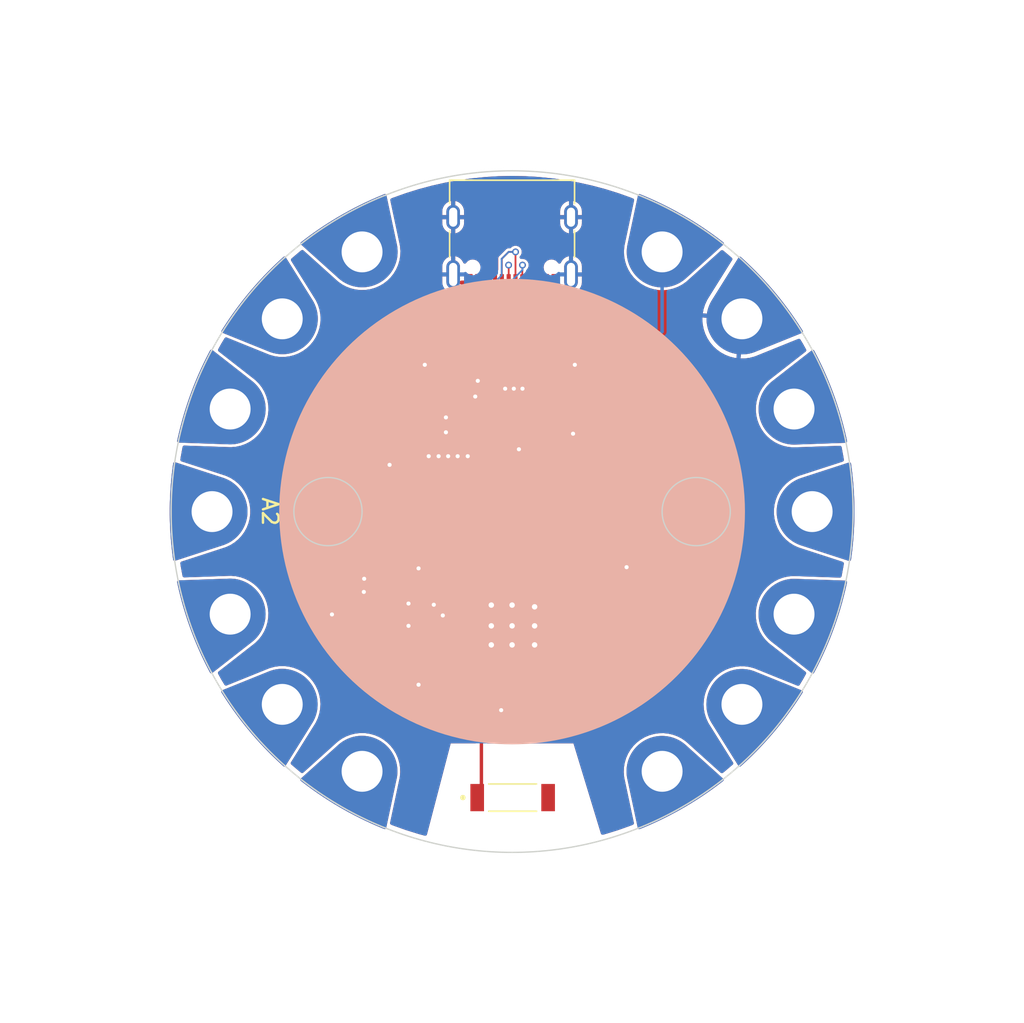
<source format=kicad_pcb>
(kicad_pcb (version 20221018) (generator pcbnew)
  (title_block (title "OpenWear") (date "2023-10-14") (rev "V 0.2") (company "Zhejiang University") (comment 1 "DTB Lab") (comment 2 "https://github.com/anxndsgn/OpenWear") (comment 3 "CC-BY-SA") (comment 4 "Xin An"))
  (layers (0 "F.Cu" signal) (1 "In1.Cu" signal) (2 "In2.Cu" signal) (31 "B.Cu" mixed) (34 "B.Paste" user) (35 "F.Paste" user) (36 "B.SilkS" user "B.Silkscreen") (37 "F.SilkS" user "F.Silkscreen") (38 "B.Mask" user) (39 "F.Mask" user) (44 "Edge.Cuts" user))
  (net 0 "")
  (net 1 "GND")
  (net 2 "VBUS")
  (net 4 "/D+")
  (net 5 "/D-")
  (net 8 "+3V3")
  (net 9 "Net-(U1-LNA_IN)")
  (net 11 "/NEOPIXEL")
  (net 16 "Net-(U5-PROG)")
  (net 18 "LIGHT_SENSOR")
  (net 21 "/IO25")
  (net 22 "/IO26")
  (net 23 "/IO27")
  (net 24 "/IO14")
  (net 25 "/IO12")
  (net 26 "/IO13")
  (net 27 "/IO15")
  (net 28 "/IO2")
  (net 29 "/IO4")
  (net 30 "VCC")
  (net 31 "/SCL1")
  (net 36 "/SDA1")
  (net 41 "/IO22_SCL")
  (net 42 "/IO21_SDA")
  (net 44 "Net-(Q1A-B1)")
  (net 50 "/EN")
  (net 51 "/IO0")
  (net 52 "Net-(Q1B-B2)")
  (net 53 "NEOPIXEL_I2C_POWER")
  (net 60 "/TX")
  (net 61 "/RX")
  (net 62 "/DTR")
  (net 63 "/RTS")
  (net 64 "+5V")
  (net 65 "+BATT")
  (net 67 "Net-(D3-K)")
  (net 68 "Net-(D3-A)")
  (footprint "Resistor_SMD:R_0603_1608Metric" (layer "F.Cu") (at 150.5 83.6385 90)
    (fp_text reference "R4" hide)
    (fp_text value "10K")
  )
  (footprint "ALS-PT19-315C_L177_TR8:XDCR_ALS-PT19-315C_L177_TR8" (layer "F.Cu") (at 157.632 99.906)
    (fp_text reference "A1" hide)
    (fp_text value "ALS-PT19-315C_L177_TR8" hide)
  )
  (footprint "Capacitor_SMD:C_0603_1608Metric" (layer "F.Cu") (at 136.792 95.842 90)
    (fp_text reference "C9" hide)
    (fp_text value "100nF")
  )
  (footprint "Capacitor_SMD:C_0603_1608Metric" (layer "F.Cu") (at 142.38 100.033)
    (fp_text reference "C12" hide)
    (fp_text value "100nF")
  )
  (footprint "Capacitor_SMD:C_0603_1608Metric" (layer "F.Cu") (at 157.62 96.731 180)
    (fp_text reference "C8" hide)
    (fp_text value "100nF")
  )
  (footprint "Package_TO_SOT_SMD:SOT-23" (layer "F.Cu") (at 143.79 78.2877 90)
    (fp_text reference "Q2" hide)
    (fp_text value "DMG3415U" hide)
  )
  (footprint "Capacitor_SMD:C_0603_1608Metric" (layer "F.Cu") (at 142.38 101.684)
    (fp_text reference "C13" hide)
    (fp_text value "100nF")
  )
  (footprint "RING:RING" (layer "F.Cu") (at 150 90)
    (fp_text reference "J2" hide)
    (fp_text value "Connector" hide)
  )
  (footprint "Package_LGA:Bosch_LGA-8_2x2.5mm_P0.65mm_ClockwisePinNumbering" (layer "F.Cu") (at 139.1288 95.8928 90)
    (fp_text reference "U2" hide)
    (fp_text value "BMP280" hide)
  )
  (footprint "TL3365AF180QG:SW_TL3365AF180QG" (layer "F.Cu") (at 142 90 -90)
    (fp_text reference "S1" hide)
    (fp_text value "UK-B0267-SP25Y" hide)
  )
  (footprint "Package_TO_SOT_SMD:SOT-363_SC-70-6" (layer "F.Cu") (at 154.7412 83.6385 180)
    (fp_text reference "Q1" hide)
    (fp_text value "BC847BS" hide)
  )
  (footprint "YC0010AA:XCVR_YC0010AA" (layer "F.Cu") (at 150.0416 110.9804)
    (fp_text reference "E1" hide)
    (fp_text value "ANT_CA-C03")
  )
  (footprint "Capacitor_SMD:C_0603_1608Metric" (layer "F.Cu") (at 142.7032 83.6385 -90)
    (fp_text reference "C4" hide)
    (fp_text value "100nF")
  )
  (footprint "Package_TO_SOT_SMD:SOT-23-5" (layer "F.Cu") (at 156.39 78.2877 -90)
    (fp_text reference "U5" hide)
    (fp_text value "MCP73831T-2ATI/OT" hide)
  )
  (footprint "Connector_Pin:Pin_D1.0mm_L10.0mm" (layer "F.Cu") (at 143 68.5)
    (fp_text reference "REF**" hide)
    (fp_text value "Pin_D1.0mm_L10.0mm" hide)
  )
  (footprint "Capacitor_SMD:C_0603_1608Metric" (layer "F.Cu") (at 151.932 78.2877 90)
    (fp_text reference "C2" hide)
    (fp_text value "100nF" hide)
  )
  (footprint "Connector_USB:USB_C_Receptacle_G-Switch_GT-USB-7010ASV" (layer "F.Cu") (at 150 69.4768 180)
    (fp_text reference "J1" hide)
    (fp_text value "USB_C" hide)
  )
  (footprint "Resistor_SMD:R_0603_1608Metric" (layer "F.Cu") (at 158.9824 83.6385 90)
    (fp_text reference "R2" hide)
    (fp_text value "4.7K")
  )
  (footprint "Package_LGA:LGA-14_3x2.5mm_P0.5mm_LayoutBorder3x4y" (layer "F.Cu") (at 161.049 96.096 -90)
    (fp_text reference "U6" hide)
    (fp_text value "LSM6DS3TR" hide)
  )
  (footprint "Capacitor_SMD:C_0603_1608Metric" (layer "F.Cu") (at 149.9746 103.716 180)
    (fp_text reference "C11" hide)
    (fp_text value "100nF")
  )
  (footprint "Capacitor_SMD:C_0603_1608Metric" (layer "F.Cu") (at 146.504 78.2877 90)
    (fp_text reference "C1" hide)
    (fp_text value "100nF" hide)
  )
  (footprint "LED_SMD:LED_Inolux_IN-PI554FCH_PLCC4_5.0x5.0mm_P3.2mm" (layer "F.Cu") (at 150 90 180)
    (fp_text reference "D1" hide)
    (fp_text value "XL-5050RGBC-WS2812B" hide)
  )
  (footprint "Package_TO_SOT_SMD:SOT-23-5" (layer "F.Cu") (at 149.218 78.2877 -90)
    (fp_text reference "U4" hide)
    (fp_text value "ME6211C33M5G-N" hide)
  )
  (footprint "LED_SMD:LED_0603_1608Metric" (layer "F.Cu") (at 159.144 78.3077 -90)
    (fp_text reference "D3" hide)
    (fp_text value "LED" hide)
  )
  (footprint "Resistor_SMD:R_0603_1608Metric" (layer "F.Cu") (at 152.1856 83.6385 -90)
    (fp_text reference "R3" hide)
    (fp_text value "10K")
  )
  (footprint "Capacitor_SMD:C_0603_1608Metric" (layer "F.Cu") (at 157.62 98.382 180)
    (fp_text reference "C10" hide)
    (fp_text value "100nF")
  )
  (footprint "Capacitor_SMD:C_0603_1608Metric" (layer "F.Cu") (at 157.62 95.08 180)
    (fp_text reference "C7" hide)
    (fp_text value "100nF")
  )
  (footprint "Capacitor_SMD:C_0603_1608Metric" (layer "F.Cu") (at 157.2968 83.6385 -90)
    (fp_text reference "C3" hide)
    (fp_text value "4.7uF")
  )
  (footprint "Resistor_SMD:R_0603_1608Metric" (layer "F.Cu") (at 142.38 98.382 180)
    (fp_text reference "R8" hide)
    (fp_text value "10K")
  )
  (footprint "TL3365AF180QG:SW_TL3365AF180QG" (layer "F.Cu") (at 158.0264 89.9492 90)
    (fp_text reference "S2" hide)
    (fp_text value "UK-B0267-SP25Y" hide)
  )
  (footprint "Capacitor_SMD:C_0603_1608Metric" (layer "F.Cu") (at 153.676 78.2877 90)
    (fp_text reference "C15" hide)
    (fp_text value "4.7uF")
  )
  (footprint "Capacitor_SMD:C_0603_1608Metric" (layer "F.Cu") (at 141.0176 83.6385 -90)
    (fp_text reference "C6" hide)
    (fp_text value "100nF")
  )
  (footprint "Resistor_SMD:R_0603_1608Metric" (layer "F.Cu") (at 157.632 101.43)
    (fp_text reference "R6" hide)
    (fp_text value "10K")
  )
  (footprint "Diode_SMD:D_SOD-323" (layer "F.Cu") (at 140.856 78.2652 90)
    (fp_text reference "D2" hide)
    (fp_text value "1N5819WS" hide)
  )
  (footprint "Capacitor_SMD:C_0603_1608Metric" (layer "F.Cu") (at 148.8144 83.6385 90)
    (fp_text reference "C5" hide)
    (fp_text value "100nF")
  )
  (footprint "Resistor_SMD:R_0603_1608Metric" (layer "F.Cu") (at 142.38 96.731 180)
    (fp_text reference "R7" hide)
    (fp_text value "10K")
  )
  (footprint "Package_DFN_QFN:QFN-16-1EP_3x3mm_P0.5mm_EP1.9x1.9mm" (layer "F.Cu") (at 145.7588 83.6385)
    (fp_text reference "U3" hide)
    (fp_text value "CH343P")
  )
  (footprint "Resistor_SMD:R_0603_1608Metric" (layer "F.Cu") (at 139.332 83.6385 -90)
    (fp_text reference "R5" hide)
    (fp_text value "10K")
  )
  (footprint "Connector_Pin:Pin_D1.0mm_L10.0mm" (layer "F.Cu") (at 157 68.5)
    (fp_text reference "REF**" hide)
    (fp_text value "Pin_D1.0mm_L10.0mm" hide)
  )
  (footprint "Package_DFN_QFN:QFN-48-1EP_7x7mm_P0.5mm_EP5.3x5.3mm" (layer "F.Cu") (at 150 98.3554 90)
    (fp_text reference "U1" hide)
    (fp_text value "ESP32-PICO-D4" hide)
  )
  (footprint "Capacitor_SMD:C_0603_1608Metric" (layer "F.Cu") (at 142.38 95.08)
    (fp_text reference "C14" hide)
    (fp_text value "100nF")
  )
  (footprint "Resistor_SMD:R_0603_1608Metric" (layer "F.Cu") (at 160.668 83.6385 -90)
    (fp_text reference "R1" hide)
    (fp_text value "1K" hide)
  )
  (gr_circle (center 150 90) (end 167 90) (stroke (width 0.15)) (fill solid) (layer "B.SilkS"))
  (gr_circle (center 150 90) (end 175 90) (stroke (width 0.1)) (fill none) (layer "Edge.Cuts"))
  (gr_circle (center 136.5 90) (end 139 90) (stroke (width 0.1)) (fill none) (layer "Edge.Cuts"))
  (gr_circle (center 163.5 90) (end 166 90) (stroke (width 0.1)) (fill none) (layer "Edge.Cuts"))
  (gr_text "A2" (at 131.585 90 270) (layer "F.SilkS") (effects (font (size 1.143 1.143) (thickness 0.1778)) (justify bottom)))
  (segment (start 145.5088 83.3885) (end 145.7588 83.6385) (width 0.127) (layer "F.Cu") (net 1))
  (segment (start 144.8513 83.3885) (end 145.1486 83.0912) (width 0.127) (layer "F.Cu") (net 1))
  (segment (start 145.1486 83.0912) (end 145.4459 83.3885) (width 0.127) (layer "F.Cu") (net 1))
  (segment (start 144.2463 83.3885) (end 144.8513 83.3885) (width 0.127) (layer "F.Cu") (net 1))
  (segment (start 145.4459 83.3885) (end 145.5088 83.3885) (width 0.127) (layer "F.Cu") (net 1))
  (via (at 151.651 99.779) (size 0.8) (drill 0.4) (layers "F.Cu" "B.Cu") (net 1))
  (via (at 150 99.779) (size 0.8) (drill 0.4) (layers "F.Cu" "B.Cu") (net 1))
  (via (at 150 96.858) (size 0.8) (drill 0.4) (layers "F.Cu" "B.Cu") (net 1))
  (via (at 151.651 96.985) (size 0.8) (drill 0.4) (layers "F.Cu" "B.Cu") (net 1))
  (via (at 151.651 98.382) (size 0.8) (drill 0.4) (layers "F.Cu" "B.Cu") (net 1))
  (via (at 148.476 96.858) (size 0.8) (drill 0.4) (layers "F.Cu" "B.Cu") (net 1))
  (via (at 148.476 99.779) (size 0.8) (drill 0.4) (layers "F.Cu" "B.Cu") (net 1))
  (via (at 148.476 98.382) (size 0.8) (drill 0.4) (layers "F.Cu" "B.Cu") (net 1))
  (via (at 145.1486 84.1834) (size 0.5) (drill 0.3) (layers "F.Cu" "B.Cu") (net 1))
  (via (at 145.1486 83.0912) (size 0.5) (drill 0.3) (layers "F.Cu" "B.Cu") (net 1))
  (via (at 150 98.382) (size 0.8) (drill 0.4) (layers "F.Cu" "B.Cu") (net 1))
  (segment (start 140.856 75.6744) (end 141.7958 74.7346) (width 0.254) (layer "F.Cu") (net 2))
  (segment (start 147.6 73.2018) (end 147.6 74.2644) (width 0.254) (layer "F.Cu") (net 2))
  (segment (start 147.1298 74.7346) (end 146.317 74.7346) (width 0.254) (layer "F.Cu") (net 2))
  (segment (start 147.6 74.2644) (end 147.1298 74.7346) (width 0.254) (layer "F.Cu") (net 2))
  (segment (start 151.9812 74.7346) (end 146.317 74.7346) (width 0.254) (layer "F.Cu") (net 2))
  (segment (start 152.4 74.3158) (end 151.9812 74.7346) (width 0.254) (layer "F.Cu") (net 2))
  (segment (start 141.7958 74.7346) (end 146.317 74.7346) (width 0.254) (layer "F.Cu") (net 2))
  (segment (start 152.26 73.575) (end 152.3622 73.6772) (width 0.25) (layer "F.Cu") (net 2))
  (segment (start 140.856 77.2152) (end 140.856 75.6744) (width 0.254) (layer "F.Cu") (net 2))
  (segment (start 152.4 73.2018) (end 152.4 74.3158) (width 0.254) (layer "F.Cu") (net 2))
  (segment (start 146.0088 85.151) (end 146.0088 85.9868) (width 0.127) (layer "F.Cu") (net 4))
  (segment (start 150.25 70.954) (end 150.254 70.95) (width 0.2) (layer "F.Cu") (net 4))
  (segment (start 150.25 73.2018) (end 150.25 70.954) (width 0.127) (layer "F.Cu") (net 4))
  (segment (start 149.25 71.446) (end 149.746 70.95) (width 0.127) (layer "F.Cu") (net 4))
  (segment (start 149.746 70.95) (end 150.254 70.95) (width 0.127) (layer "F.Cu") (net 4))
  (segment (start 149.25 73.2018) (end 149.25 71.446) (width 0.127) (layer "F.Cu") (net 4))
  (via (at 146.0088 85.936) (size 0.5) (drill 0.3) (layers "F.Cu" "B.Cu") (net 4))
  (via (at 150.254 70.95) (size 0.5) (drill 0.3) (layers "F.Cu" "B.Cu") (net 4))
  (segment (start 149.2325 72.67012) (end 146.190299 75.712321) (width 0.127) (layer "B.Cu") (net 4))
  (segment (start 149.2325 71.4635) (end 149.2325 72.67012) (width 0.127) (layer "B.Cu") (net 4))
  (segment (start 150.254 70.95) (end 149.746 70.95) (width 0.127) (layer "B.Cu") (net 4))
  (segment (start 146.190299 85.754501) (end 146.0088 85.936) (width 0.127) (layer "B.Cu") (net 4))
  (segment (start 149.746 70.95) (end 149.2325 71.4635) (width 0.127) (layer "B.Cu") (net 4))
  (segment (start 146.190299 75.712321) (end 146.190299 85.754501) (width 0.127) (layer "B.Cu") (net 4))
  (segment (start 146.7488 85.936) (end 146.5088 85.696) (width 0.127) (layer "F.Cu") (net 5))
  (segment (start 149.75 73.2018) (end 149.75 71.97) (width 0.127) (layer "F.Cu") (net 5))
  (segment (start 150.763 71.9152) (end 150.75 71.9282) (width 0.127) (layer "F.Cu") (net 5))
  (segment (start 150.75 71.9282) (end 150.75 73.2018) (width 0.127) (layer "F.Cu") (net 5))
  (segment (start 146.5088 85.696) (end 146.5088 85.151) (width 0.127) (layer "F.Cu") (net 5))
  (via (at 146.7488 85.936) (size 0.5) (drill 0.3) (layers "F.Cu" "B.Cu") (net 5))
  (via (at 149.746 71.9152) (size 0.5) (drill 0.3) (layers "F.Cu" "B.Cu") (net 5))
  (via (at 150.763 71.9152) (size 0.5) (drill 0.3) (layers "F.Cu" "B.Cu") (net 5))
  (segment (start 149.742401 71.911601) (end 149.746 71.9152) (width 0.2) (layer "B.Cu") (net 5))
  (segment (start 150.763 72.2698) (end 146.567301 76.465499) (width 0.127) (layer "B.Cu") (net 5))
  (segment (start 150.763 71.9152) (end 150.763 72.2698) (width 0.127) (layer "B.Cu") (net 5))
  (segment (start 146.567301 76.465499) (end 146.567301 85.754501) (width 0.127) (layer "B.Cu") (net 5))
  (segment (start 146.567301 85.754501) (end 146.7488 85.936) (width 0.127) (layer "B.Cu") (net 5))
  (segment (start 142.7032 81.498) (end 142.7032 82.8635) (width 0.254) (layer "F.Cu") (net 8))
  (segment (start 151.5695 79.4252) (end 151.932 79.0627) (width 0.254) (layer "F.Cu") (net 8))
  (segment (start 159.5015 95.594) (end 160.1345 95.594) (width 0.254) (layer "F.Cu") (net 8))
  (segment (start 148.75 101.8054) (end 148.75 103.2664) (width 0.254) (layer "F.Cu") (net 8))
  (segment (start 150.127 80.983) (end 150.1524 80.6782) (width 0.254) (layer "F.Cu") (net 8))
  (segment (start 145.312164 85.923538) (end 145.5088 85.726902) (width 0.127) (layer "F.Cu") (net 8))
  (segment (start 144.7168 80.983) (end 143.2182 80.983) (width 0.254) (layer "F.Cu") (net 8))
  (segment (start 139.332 82.8135) (end 139.332 81.4656) (width 0.254) (layer "F.Cu") (net 8))
  (segment (start 158.9875 95.08) (end 159.5015 95.594) (width 0.254) (layer "F.Cu") (net 8))
  (segment (start 143.155 94.204) (end 143.142 94.217) (width 0.127) (layer "F.Cu") (net 8))
  (segment (start 145.75 98.6054) (end 144.25 100.1054) (width 0.25) (layer "F.Cu") (net 8))
  (segment (start 143.5837 83.8885) (end 143.307536 83.612336) (width 0.254) (layer "F.Cu") (net 8))
  (segment (start 143.142 94.217) (end 143.142 94.1656) (width 0.127) (layer "F.Cu") (net 8))
  (segment (start 143.155 100.033) (end 143.2274 100.1054) (width 0.25) (layer "F.Cu") (net 8))
  (segment (start 158.395 95.08) (end 158.9875 95.08) (width 0.254) (layer "F.Cu") (net 8))
  (segment (start 144.2463 82.8885) (end 142.7282 82.8885) (width 0.254) (layer "F.Cu") (net 8))
  (segment (start 136.792 97.5438) (end 136.792 96.617) (width 0.254) (layer "F.Cu") (net 8))
  (segment (start 149.492 80.983) (end 144.7168 80.983) (width 0.254) (layer "F.Cu") (net 8))
  (segment (start 143.155 102.687) (end 143.142 102.7) (width 0.25) (layer "F.Cu") (net 8))
  (segment (start 150.168 79.4252) (end 150.168 80.6626) (width 0.254) (layer "F.Cu") (net 8))
  (segment (start 156.5684 98.1054) (end 156.845 98.382) (width 0.254) (layer "F.Cu") (net 8))
  (segment (start 143.155 95.08) (end 143.155 94.204) (width 0.254) (layer "F.Cu") (net 8))
  (segment (start 150.168 80.6626) (end 150.127 80.983) (width 0.254) (layer "F.Cu") (net 8))
  (segment (start 143.2764 101.8054) (end 143.155 101.684) (width 0.25) (layer "F.Cu") (net 8))
  (segment (start 153.45 98.1054) (end 156.5684 98.1054) (width 0.254) (layer "F.Cu") (net 8))
  (segment (start 158.395 96.731) (end 158.981 96.731) (width 0.254) (layer "F.Cu") (net 8))
  (segment (start 142.7032 83.4398) (end 142.7032 82.8635) (width 0.254) (layer "F.Cu") (net 8))
  (segment (start 158.395 95.08) (end 158.395 96.731) (width 0.254) (layer "F.Cu") (net 8))
  (segment (start 144.25 100.1054) (end 146.55 100.1054) (width 0.25) (layer "F.Cu") (net 8))
  (segment (start 150.168 79.4252) (end 151.5695 79.4252) (width 0.254) (layer "F.Cu") (net 8))
  (segment (start 143.2182 80.983) (end 142.7032 81.498) (width 0.254) (layer "F.Cu") (net 8))
  (segment (start 159.5085 97.2585) (end 160.297 97.2585) (width 0.254) (layer "F.Cu") (net 8))
  (segment (start 149.1996 104.5666) (end 149.1996 103.716) (width 0.254) (layer "F.Cu") (net 8))
  (segment (start 139.8146 80.983) (end 144.7168 80.983) (width 0.254) (layer "F.Cu") (net 8))
  (segment (start 158.382 94.064) (end 158.395 94.077) (width 0.254) (layer "F.Cu") (net 8))
  (segment (start 146.55 98.6054) (end 145.75 98.6054) (width 0.25) (layer "F.Cu") (net 8))
  (segment (start 145.5088 85.726902) (end 145.5088 85.151) (width 0.127) (layer "F.Cu") (net 8))
  (segment (start 144.2463 83.8885) (end 143.5837 83.8885) (width 0.254) (layer "F.Cu") (net 8))
  (segment (start 156.845 99.869) (end 156.882 99.906) (width 0.254) (layer "F.Cu") (net 8))
  (segment (start 143.1934 94.1656) (end 143.204672 94.154328) (width 0.127) (layer "F.Cu") (net 8))
  (segment (start 156.845 98.382) (end 156.845 99.869) (width 0.254) (layer "F.Cu") (net 8))
  (segment (start 143.2274 100.1054) (end 144.25 100.1054) (width 0.25) (layer "F.Cu") (net 8))
  (segment (start 142.875736 83.612336) (end 142.7032 83.4398) (width 0.254) (layer "F.Cu") (net 8))
  (segment (start 158.395 95.08) (end 158.395 94.077) (width 0.254) (layer "F.Cu") (net 8))
  (segment (start 143.155 100.033) (end 143.155 102.687) (width 0.25) (layer "F.Cu") (net 8))
  (segment (start 137.1912 96.2178) (end 136.792 96.617) (width 0.254) (layer "F.Cu") (net 8))
  (segment (start 143.142 94.1656) (end 143.1934 94.1656) (width 0.127) (layer "F.Cu") (net 8))
  (segment (start 148.75 103.2664) (end 149.1996 103.716) (width 0.254) (layer "F.Cu") (net 8))
  (segment (start 143.307536 83.612336) (end 142.875736 83.612336) (width 0.254) (layer "F.Cu") (net 8))
  (segment (start 147.25 101.8054) (end 143.2764 101.8054) (width 0.25) (layer "F.Cu") (net 8))
  (segment (start 158.981 96.731) (end 159.5085 97.2585) (width 0.254) (layer "F.Cu") (net 8))
  (segment (start 142.7282 82.8885) (end 142.7032 82.8635) (width 0.254) (layer "F.Cu") (net 8))
  (segment (start 156.845 98.382) (end 156.845 98.281) (width 0.254) (layer "F.Cu") (net 8))
  (segment (start 156.845 98.281) (end 158.395 96.731) (width 0.254) (layer "F.Cu") (net 8))
  (segment (start 139.332 81.4656) (end 139.8146 80.983) (width 0.254) (layer "F.Cu") (net 8))
  (segment (start 138.3288 96.2178) (end 137.1912 96.2178) (width 0.254) (layer "F.Cu") (net 8))
  (via (at 136.792 97.5438) (size 0.5) (drill 0.3) (layers "F.Cu" "B.Cu") (net 8))
  (via (at 143.142 102.7) (size 0.5) (drill 0.3) (layers "F.Cu" "B.Cu") (net 8))
  (via (at 149.492 80.983) (size 0.5) (drill 0.3) (layers "F.Cu" "B.Cu") (net 8))
  (via (at 150.762 80.983) (size 0.5) (drill 0.3) (layers "F.Cu" "B.Cu") (net 8))
  (via (at 143.142 94.1656) (size 0.5) (drill 0.3) (layers "F.Cu" "B.Cu") (net 8))
  (via (at 158.395 94.077) (size 0.5) (drill 0.3) (layers "F.Cu" "B.Cu") (net 8))
  (via (at 149.1996 104.5666) (size 0.5) (drill 0.3) (layers "F.Cu" "B.Cu") (net 8))
  (via (at 150.127 80.983) (size 0.5) (drill 0.3) (layers "F.Cu" "B.Cu") (net 8))
  (via (at 145.312164 85.936) (size 0.5) (drill 0.3) (layers "F.Cu" "B.Cu") (net 8))
  (segment (start 147.75 110.672) (end 147.4416 110.9804) (width 0.25) (layer "F.Cu") (net 9))
  (segment (start 147.75 101.8054) (end 147.75 110.672) (width 0.25) (layer "F.Cu") (net 9))
  (segment (start 151.3968 88.4) (end 150.75 89.0468) (width 0.127) (layer "F.Cu") (net 11))
  (segment (start 152.45 88.4) (end 151.3968 88.4) (width 0.127) (layer "F.Cu") (net 11))
  (segment (start 150.75 89.0468) (end 150.75 94.9054) (width 0.127) (layer "F.Cu") (net 11))
  (segment (start 157.6962 80.8814) (end 158.5344 80.8814) (width 0.254) (layer "F.Cu") (net 16))
  (segment (start 157.34 79.4252) (end 157.34 80.5252) (width 0.254) (layer "F.Cu") (net 16))
  (segment (start 157.34 80.5252) (end 157.6962 80.8814) (width 0.254) (layer "F.Cu") (net 16))
  (segment (start 158.9824 81.3294) (end 158.9824 82.8135) (width 0.254) (layer "F.Cu") (net 16))
  (segment (start 158.5344 80.8814) (end 158.9824 81.3294) (width 0.254) (layer "F.Cu") (net 16))
  (segment (start 148.268 76.3142) (end 148.5522 76.03) (width 0.254) (layer "F.Cu") (net 30))
  (segment (start 150.168 76.2488) (end 150.168 77.1502) (width 0.254) (layer "F.Cu") (net 30))
  (segment (start 146.193 79.2252) (end 148.268 77.1502) (width 0.254) (layer "F.Cu") (net 30))
  (segment (start 148.5522 76.03) (end 149.9492 76.03) (width 0.254) (layer "F.Cu") (net 30))
  (segment (start 149.9492 76.03) (end 150.168 76.2488) (width 0.254) (layer "F.Cu") (net 30))
  (segment (start 144.74 79.2252) (end 146.193 79.2252) (width 0.254) (layer "F.Cu") (net 30))
  (segment (start 148.268 77.1502) (end 148.268 76.3142) (width 0.254) (layer "F.Cu") (net 30))
  (segment (start 142.4045 96.744416) (end 143.191584 96.744416) (width 0.127) (layer "F.Cu") (net 41))
  (segment (start 139.1542 94.9276) (end 139.1444 94.9178) (width 0.127) (layer "F.Cu") (net 41))
  (segment (start 143.191584 96.744416) (end 143.3306 96.6054) (width 0.25) (layer "F.Cu") (net 41))
  (segment (start 143.191584 96.744416) (end 143.205 96.731) (width 0.127) (layer "F.Cu") (net 41))
  (segment (start 139.1444 94.9178) (end 138.3288 94.9178) (width 0.127) (layer "F.Cu") (net 41))
  (via (at 142.4045 96.744416) (size 0.5) (drill 0.3) (layers "F.Cu" "B.Cu") (net 41))
  (via (at 139.1542 94.9276) (size 0.5) (drill 0.3) (layers "F.Cu" "B.Cu") (net 41))
  (segment (start 138.8038 95.5678) (end 138.3288 95.5678) (width 0.127) (layer "F.Cu") (net 42))
  (segment (start 145.5522 98.1054) (end 146.55 98.1054) (width 0.127) (layer "F.Cu") (net 42))
  (segment (start 142.4045 98.382) (end 145.2756 98.382) (width 0.127) (layer "F.Cu") (net 42))
  (segment (start 145.2756 98.382) (end 145.5522 98.1054) (width 0.127) (layer "F.Cu") (net 42))
  (segment (start 142.4045 98.382) (end 143.205 98.382) (width 0.127) (layer "F.Cu") (net 42))
  (segment (start 139.1288 95.8928) (end 138.8038 95.5678) (width 0.127) (layer "F.Cu") (net 42))
  (via (at 139.1288 95.8928) (size 0.5) (drill 0.3) (layers "F.Cu" "B.Cu") (net 42))
  (via (at 142.4045 98.382) (size 0.5) (drill 0.3) (layers "F.Cu" "B.Cu") (net 42))
  (segment (start 152.34 85.101) (end 154.8228 85.101) (width 0.127) (layer "F.Cu") (net 44))
  (segment (start 152.1856 84.9466) (end 152.34 85.101) (width 0.127) (layer "F.Cu") (net 44))
  (segment (start 155.2185 83.6385) (end 155.6912 83.6385) (width 0.127) (layer "F.Cu") (net 44))
  (segment (start 154.8228 85.101) (end 155.1027 84.8211) (width 0.127) (layer "F.Cu") (net 44))
  (segment (start 152.1856 84.4635) (end 152.1856 84.9466) (width 0.127) (layer "F.Cu") (net 44))
  (segment (start 155.1027 84.8211) (end 155.1027 83.7543) (width 0.127) (layer "F.Cu") (net 44))
  (segment (start 155.1027 83.7543) (end 155.2185 83.6385) (width 0.127) (layer "F.Cu") (net 44))
  (segment (start 139.332 84.4635) (end 140.9676 84.4635) (width 0.127) (layer "F.Cu") (net 50))
  (segment (start 154.445 84.2885) (end 154.4415 84.2885) (width 0.127) (layer "F.Cu") (net 50))
  (segment (start 141.0176 86.571) (end 141.0176 87.6574) (width 0.127) (layer "F.Cu") (net 50))
  (segment (start 140.9676 84.4635) (end 141.0176 84.4135) (width 0.254) (layer "F.Cu") (net 50))
  (segment (start 154.438 84.2885) (end 154.4704 84.285) (width 0.127) (layer "F.Cu") (net 50))
  (segment (start 141.0176 86.571) (end 141.0176 84.4135) (width 0.127) (layer "F.Cu") (net 50))
  (segment (start 141.0176 87.6574) (end 140.925 87.75) (width 0.254) (layer "F.Cu") (net 50))
  (segment (start 154.4704 84.285) (end 154.445 84.2885) (width 0.127) (layer "F.Cu") (net 50))
  (segment (start 153.7912 84.2885) (end 154.438 84.2885) (width 0.127) (layer "F.Cu") (net 50))
  (via (at 141.0176 86.571) (size 0.5) (drill 0.3) (layers "F.Cu" "B.Cu") (net 50))
  (via (at 154.4704 84.285) (size 0.5) (drill 0.3) (layers "F.Cu" "B.Cu") (net 50))
  (segment (start 141.0176 86.571) (end 153.8354 86.571) (width 0.127) (layer "B.Cu") (net 50))
  (segment (start 154.4958 84.3104) (end 154.4704 84.285) (width 0.254) (layer "B.Cu") (net 50))
  (segment (start 153.8354 86.571) (end 154.4958 85.9106) (width 0.127) (layer "B.Cu") (net 50))
  (segment (start 154.4958 85.9106) (end 154.4958 84.3104) (width 0.127) (layer "B.Cu") (net 50))
  (segment (start 158.346 92.1992) (end 159.1014 92.1992) (width 0.127) (layer "F.Cu") (net 51))
  (segment (start 156.2981 82.9885) (end 156.4262 83.1166) (width 0.127) (layer "F.Cu") (net 51))
  (segment (start 158.0518 86.2916) (end 158.0518 91.905) (width 0.127) (layer "F.Cu") (net 51))
  (segment (start 156.4262 83.1166) (end 156.4262 85.8598) (width 0.127) (layer "F.Cu") (net 51))
  (segment (start 157.7978 86.0376) (end 158.0518 86.2916) (width 0.127) (layer "F.Cu") (net 51))
  (segment (start 155.6912 82.9885) (end 156.2981 82.9885) (width 0.127) (layer "F.Cu") (net 51))
  (segment (start 156.604 86.0376) (end 157.7978 86.0376) (width 0.127) (layer "F.Cu") (net 51))
  (segment (start 158.0518 91.905) (end 158.346 92.1992) (width 0.127) (layer "F.Cu") (net 51))
  (segment (start 156.4262 85.8598) (end 156.604 86.0376) (width 0.127) (layer "F.Cu") (net 51))
  (segment (start 153.7912 83.6385) (end 150.5981 83.6385) (width 0.127) (layer "F.Cu") (net 52))
  (segment (start 150.5 83.5404) (end 150.5 82.8135) (width 0.127) (layer "F.Cu") (net 52))
  (segment (start 150.5981 83.6385) (end 150.5 83.5404) (width 0.127) (layer "F.Cu") (net 52))
  (segment (start 148.5778 88.4) (end 147.55 88.4) (width 0.25) (layer "F.Cu") (net 53))
  (segment (start 148.25 93.655) (end 149.0602 92.8448) (width 0.25) (layer "F.Cu") (net 53))
  (segment (start 149.0602 92.8448) (end 149.0602 88.8824) (width 0.25) (layer "F.Cu") (net 53))
  (segment (start 148.25 94.9054) (end 148.25 93.655) (width 0.25) (layer "F.Cu") (net 53))
  (segment (start 149.0602 88.8824) (end 148.5778 88.4) (width 0.25) (layer "F.Cu") (net 53))
  (segment (start 144.2463 85.576162) (end 144.225431 85.597031) (width 0.127) (layer "F.Cu") (net 60))
  (segment (start 144.2596 96.8326) (end 144.4882 97.0612) (width 0.127) (layer "F.Cu") (net 60))
  (segment (start 143.8786 85.936) (end 143.886462 85.936) (width 0.127) (layer "F.Cu") (net 60))
  (segment (start 146.5434 97.112) (end 146.55 97.1054) (width 0.127) (layer "F.Cu") (net 60))
  (segment (start 144.225431 85.597031) (end 143.886462 85.936) (width 0.127) (layer "F.Cu") (net 60))
  (segment (start 144.5324 97.1054) (end 146.55 97.1054) (width 0.127) (layer "F.Cu") (net 60))
  (segment (start 144.2463 84.3885) (end 144.2463 85.576162) (width 0.127) (layer "F.Cu") (net 60))
  (segment (start 144.2596 96.8326) (end 144.5324 97.1054) (width 0.127) (layer "F.Cu") (net 60))
  (via (at 143.886462 85.936) (size 0.5) (drill 0.3) (layers "F.Cu" "B.Cu") (net 60))
  (via (at 144.2596 96.8326) (size 0.5) (drill 0.3) (layers "F.Cu" "B.Cu") (net 60))
  (segment (start 144.798664 85.723301) (end 145.0088 85.513165) (width 0.127) (layer "F.Cu") (net 61))
  (segment (start 145.0088 85.513165) (end 145.0088 85.151) (width 0.127) (layer "F.Cu") (net 61))
  (segment (start 144.798664 85.727136) (end 144.798664 85.723301) (width 0.127) (layer "F.Cu") (net 61))
  (segment (start 144.612661 85.913139) (end 144.798664 85.727136) (width 0.127) (layer "F.Cu") (net 61))
  (segment (start 144.612661 85.936) (end 144.5898 85.913139) (width 0.127) (layer "F.Cu") (net 61))
  (segment (start 144.933 97.6054) (end 146.55 97.6054) (width 0.127) (layer "F.Cu") (net 61))
  (segment (start 144.612661 85.936) (end 144.612661 85.913139) (width 0.127) (layer "F.Cu") (net 61))
  (segment (start 144.5898 85.913139) (end 144.5898 85.9106) (width 0.127) (layer "F.Cu") (net 61))
  (segment (start 144.92 97.6184) (end 144.933 97.6054) (width 0.127) (layer "F.Cu") (net 61))
  (via (at 144.92 97.6184) (size 0.5) (drill 0.3) (layers "F.Cu" "B.Cu") (net 61))
  (via (at 144.612661 85.936) (size 0.5) (drill 0.3) (layers "F.Cu" "B.Cu") (net 61))
  (segment (start 153.7912 82.9885) (end 152.3606 82.9885) (width 0.127) (layer "F.Cu") (net 62))
  (segment (start 147.2713 82.8885) (end 147.2713 82.2893) (width 0.127) (layer "F.Cu") (net 62))
  (segment (start 152.0828 81.999) (end 152.1856 82.1018) (width 0.127) (layer "F.Cu") (net 62))
  (segment (start 147.5616 81.999) (end 152.0828 81.999) (width 0.127) (layer "F.Cu") (net 62))
  (segment (start 147.2713 82.2893) (end 147.5616 81.999) (width 0.127) (layer "F.Cu") (net 62))
  (segment (start 152.3606 82.9885) (end 152.1856 82.8135) (width 0.127) (layer "F.Cu") (net 62))
  (segment (start 152.1856 82.1018) (end 152.1856 82.8135) (width 0.127) (layer "F.Cu") (net 62))
  (segment (start 146.6803 81.5595) (end 147.297892 81.5595) (width 0.127) (layer "F.Cu") (net 63))
  (segment (start 146.5088 81.731) (end 146.6803 81.5595) (width 0.127) (layer "F.Cu") (net 63))
  (segment (start 150.5 85.428) (end 155.2832 85.428) (width 0.127) (layer "F.Cu") (net 63))
  (segment (start 150.5 84.4635) (end 150.5 85.0898) (width 0.127) (layer "F.Cu") (net 63))
  (segment (start 155.2832 85.428) (end 155.6912 85.02) (width 0.127) (layer "F.Cu") (net 63))
  (segment (start 146.5088 82.126) (end 146.5088 81.731) (width 0.127) (layer "F.Cu") (net 63))
  (segment (start 155.6912 85.02) (end 155.6912 84.2885) (width 0.127) (layer "F.Cu") (net 63))
  (segment (start 150.5 85.428) (end 150.5 84.4635) (width 0.127) (layer "F.Cu") (net 63))
  (via (at 150.5 85.428) (size 0.5) (drill 0.3) (layers "F.Cu" "B.Cu") (net 63))
  (via (at 147.297892 81.5595) (size 0.5) (drill 0.3) (layers "F.Cu" "B.Cu") (net 63))
  (segment (start 150.4826 85.4106) (end 150.4826 81.8212) (width 0.127) (layer "B.Cu") (net 63))
  (segment (start 150.4826 81.8212) (end 150.2209 81.5595) (width 0.127) (layer "B.Cu") (net 63))
  (segment (start 150.5 85.428) (end 150.4826 85.4106) (width 0.127) (layer "B.Cu") (net 63))
  (segment (start 150.2209 81.5595) (end 147.297892 81.5595) (width 0.127) (layer "B.Cu") (net 63))
  (segment (start 160.4902 83.6246) (end 160.668 83.8024) (width 0.254) (layer "F.Cu") (net 64))
  (segment (start 155.44 79.4252) (end 155.44 80.6064) (width 0.254) (layer "F.Cu") (net 64))
  (segment (start 142.75 79.3152) (end 142.84 79.2252) (width 0.254) (layer "F.Cu") (net 64))
  (segment (start 142.84 80.2238) (end 143.0227 80.4065) (width 0.254) (layer "F.Cu") (net 64))
  (segment (start 155.2452 79.2304) (end 155.44 79.4252) (width 0.254) (layer "F.Cu") (net 64))
  (segment (start 157.493 83.6246) (end 160.4902 83.6246) (width 0.254) (layer "F.Cu") (net 64))
  (segment (start 160.668 83.8024) (end 160.668 84.4635) (width 0.254) (layer "F.Cu") (net 64))
  (segment (start 140.856 79.3152) (end 142.75 79.3152) (width 0.254) (layer "F.Cu") (net 64))
  (segment (start 155.44 80.6064) (end 155.8928 81.0592) (width 0.254) (layer "F.Cu") (net 64))
  (segment (start 157.2968 82.8635) (end 157.2968 83.4284) (width 0.254) (layer "F.Cu") (net 64))
  (segment (start 156.9596 81.0592) (end 157.2968 81.3964) (width 0.254) (layer "F.Cu") (net 64))
  (segment (start 142.84 79.2252) (end 143.594 79.2252) (width 0.254) (layer "F.Cu") (net 64))
  (segment (start 143.0227 80.4065) (end 147.4854 80.4065) (width 0.254) (layer "F.Cu") (net 64))
  (segment (start 157.2968 83.4284) (end 157.493 83.6246) (width 0.254) (layer "F.Cu") (net 64))
  (segment (start 142.84 79.2252) (end 142.84 80.2238) (width 0.254) (layer "F.Cu") (net 64))
  (segment (start 143.594 79.2252) (end 143.5992 79.2304) (width 0.254) (layer "F.Cu") (net 64))
  (segment (start 154.6005 79.2304) (end 155.2452 79.2304) (width 0.254) (layer "F.Cu") (net 64))
  (segment (start 157.2968 81.3964) (end 157.2968 82.8635) (width 0.254) (layer "F.Cu") (net 64))
  (segment (start 155.8928 81.0592) (end 156.9596 81.0592) (width 0.254) (layer "F.Cu") (net 64))
  (via (at 143.5992 79.2304) (size 0.5) (drill 0.3) (layers "F.Cu" "B.Cu") (net 64))
  (via (at 147.4854 80.4065) (size 0.5) (drill 0.3) (layers "F.Cu" "B.Cu") (net 64))
  (via (at 154.6005 79.2304) (size 0.5) (drill 0.3) (layers "F.Cu" "B.Cu") (net 64))
  (segment (start 154.1579 80.4065) (end 147.4854 80.4065) (width 0.254) (layer "B.Cu") (net 64))
  (segment (start 154.6005 79.9639) (end 154.1579 80.4065) (width 0.254) (layer "B.Cu") (net 64))
  (segment (start 161 76.7902) (end 161 70.947441) (width 0.254) (layer "B.Cu") (net 64))
  (segment (start 159.4234 78.3668) (end 161 76.7902) (width 0.254) (layer "B.Cu") (net 64))
  (segment (start 154.6005 79.2304) (end 154.6005 79.9639) (width 0.254) (layer "B.Cu") (net 64))
  (segment (start 155.0292 78.3668) (end 159.4234 78.3668) (width 0.254) (layer "B.Cu") (net 64))
  (segment (start 154.6005 79.2304) (end 154.6005 78.7955) (width 0.254) (layer "B.Cu") (net 64))
  (segment (start 154.6005 78.7955) (end 155.0292 78.3668) (width 0.254) (layer "B.Cu") (net 64))
  (segment (start 153.683 75.8776) (end 153.676 75.8846) (width 0.254) (layer "F.Cu") (net 65))
  (segment (start 155.0775 77.5127) (end 155.44 77.1502) (width 0.254) (layer "F.Cu") (net 65))
  (segment (start 153.2766 75.4712) (end 153.683 75.8776) (width 0.254) (layer "F.Cu") (net 65))
  (segment (start 157 73.3988) (end 155.44 74.9588) (width 0.254) (layer "F.Cu") (net 65))
  (segment (start 144.158 75.4712) (end 153.2766 75.4712) (width 0.254) (layer "F.Cu") (net 65))
  (segment (start 143.79 75.8392) (end 144.158 75.4712) (width 0.254) (layer "F.Cu") (net 65))
  (segment (start 153.676 77.5127) (end 155.0775 77.5127) (width 0.254) (layer "F.Cu") (net 65))
  (segment (start 155.44 74.9588) (end 155.44 77.1502) (width 0.254) (layer "F.Cu") (net 65))
  (segment (start 153.676 75.8846) (end 153.676 77.5127) (width 0.254) (layer "F.Cu") (net 65))
  (segment (start 143.79 77.3502) (end 143.79 75.8392) (width 0.254) (layer "F.Cu") (net 65))
  (segment (start 157 68.5) (end 157 73.3988) (width 0.254) (layer "F.Cu") (net 65))
  (segment (start 159.144 77.5202) (end 157.71 77.5202) (width 0.254) (layer "F.Cu") (net 67))
  (segment (start 157.71 77.5202) (end 157.34 77.1502) (width 0.254) (layer "F.Cu") (net 67))
  (segment (start 159.144 79.0952) (end 159.144 80.2464) (width 0.254) (layer "F.Cu") (net 68))
  (segment (start 159.144 80.2464) (end 159.5504 80.6528) (width 0.254) (layer "F.Cu") (net 68))
  (segment (start 159.5504 80.6528) (end 160.2616 80.6528) (width 0.254) (layer "F.Cu") (net 68))
  (segment (start 160.668 81.0592) (end 160.668 82.8135) (width 0.254) (layer "F.Cu") (net 68))
  (segment (start 160.2616 80.6528) (end 160.668 81.0592) (width 0.254) (layer "F.Cu") (net 68))
  (zone (net 8) (net_name "+3V3") (layer "F.Cu") (priority 2) (connect_pads (clearance 0)) (min_thickness 0.25) (fill yes (thermal_gap 0.5) (thermal_bridge_width 0.5))
    (polygon (pts (xy 149.238 80.475) (xy 151.016 80.475) (xy 151.016 81.491) (xy 149.238 81.491)))
  )
  (zone (net 0) (net_name "") (layers "F.Cu" "In1.Cu" "In2.Cu" "B.Cu") (connect_pads (clearance 0)) (min_thickness 0.25)
    (keepout (tracks allowed) (vias not_allowed) (pads not_allowed) (copperpour not_allowed) (footprints allowed))
    (fill (thermal_gap 0.5) (thermal_bridge_width 0.5))
    (polygon (pts (xy 145.5 107) (xy 142.5 118.5) (xy 158 118.5) (xy 154.5 107)))
  )
  (zone (net 1) (net_name "GND") (layers "F.Cu" "In1.Cu" "B.Cu") (connect_pads (clearance 0)) (min_thickness 0.25) (fill yes (thermal_gap 0.3) (thermal_bridge_width 0.3) (smoothing fillet) (radius 0.1))
    (polygon (pts (xy 120 60) (xy 180 60) (xy 180 120) (xy 120 120)))
  )
)
</source>
